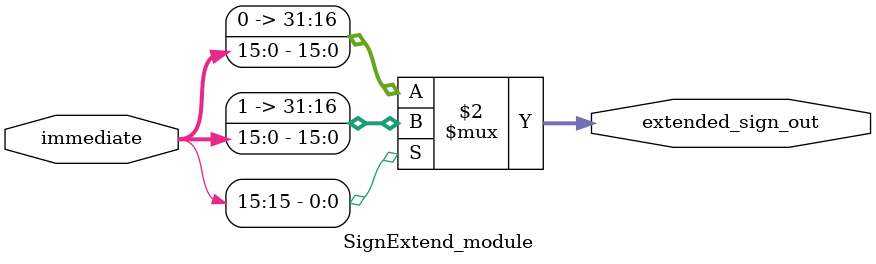
<source format=v>
module SignExtend_module
(
	input [15:0]immediate,
	output [31:0]extended_sign_out
);
	localparam nbit=5'd16;


	assign extended_sign_out = (immediate[15]==1'b0)? {{nbit{1'b0}},immediate}: {{nbit{1'b1}},immediate} ;

endmodule
</source>
